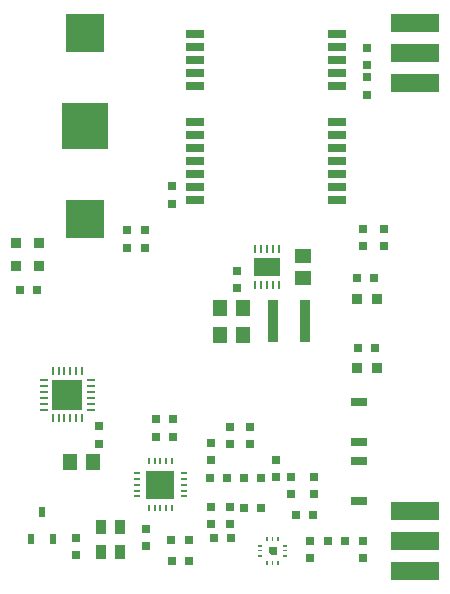
<source format=gtp>
G04 DipTrace 3.2.0.0*
G04 LFTlayout-TopPaste.gtp*
%MOIN*%
G04 #@! TF.FileFunction,Paste,Top*
G04 #@! TF.Part,Single*
%AMOUTLINE2*
4,1,5,
-0.011764,0.011764,
0.011764,0.011764,
0.011764,-0.011764,
-0.005647,-0.011764,
-0.011764,-0.005647,
-0.011764,0.011764,
0*%
%ADD24R,0.156X0.156*%
%ADD25R,0.125X0.125*%
%ADD35R,0.16X0.06*%
%ADD70R,0.037307X0.045181*%
%ADD72R,0.014079X0.001874*%
%ADD74R,0.014079X0.005811*%
%ADD76R,0.001874X0.014079*%
%ADD78R,0.005811X0.014079*%
%ADD80R,0.03337X0.03337*%
%ADD82R,0.087701X0.058961*%
%ADD84R,0.096362X0.096362*%
%ADD86R,0.005811X0.023528*%
%ADD88R,0.023528X0.005811*%
%ADD90R,0.064866X0.025496*%
%ADD92R,0.100299X0.100299*%
%ADD94O,0.005811X0.027465*%
%ADD96O,0.027465X0.005811*%
%ADD100R,0.019591X0.035339*%
%ADD104R,0.035339X0.139669*%
%ADD120R,0.056992X0.025496*%
%ADD122R,0.037307X0.03337*%
%ADD124R,0.025496X0.029433*%
%ADD126R,0.045181X0.053055*%
%ADD128R,0.053055X0.045181*%
%ADD130R,0.029433X0.025496*%
%ADD140OUTLINE2*%
%FSLAX26Y26*%
G04*
G70*
G90*
G75*
G01*
G04 TopPaste*
%LPD*%
D24*
X693854Y1950265D3*
D25*
Y1640265D3*
Y2260265D3*
D130*
X896822Y550464D3*
Y607550D3*
X662028Y579006D3*
Y521919D3*
D128*
X1419016Y1444017D3*
Y1518820D3*
D126*
X1219016Y1344017D3*
X1144213D3*
X1219016Y1256517D3*
X1144213D3*
X719016Y831516D3*
X644213D3*
D130*
X737765Y950265D3*
Y893179D3*
X930778Y916507D3*
Y973593D3*
X987028Y916507D3*
Y973593D3*
X1174528Y891507D3*
Y948593D3*
X1243278Y891507D3*
Y948593D3*
X981516Y1750265D3*
Y1693179D3*
D124*
X531516Y1406516D3*
X474429D3*
D130*
X1200265Y1412768D3*
Y1469855D3*
X1330777Y781712D3*
Y838798D3*
X1455778Y725462D3*
Y782549D3*
X1444016Y569016D3*
Y511929D3*
X1619016Y569016D3*
Y511929D3*
D124*
X1220985Y679006D3*
X1278071D3*
X1120985Y579007D3*
X1178071D3*
X1108485Y779006D3*
X1165571D3*
D122*
X1600267Y1144016D3*
X1667196D3*
X1600267Y1375267D3*
X1667196D3*
D120*
X1606516Y700267D3*
Y834125D3*
Y1031516D3*
Y897658D3*
D35*
X1794016Y469016D3*
Y569016D3*
Y669016D3*
Y2094016D3*
Y2194016D3*
Y2294016D3*
D104*
X1425265Y1300267D3*
X1320935D3*
D130*
X1631516Y2212765D3*
Y2155679D3*
X1112028Y837964D3*
Y895050D3*
D124*
X1220985Y779006D3*
X1278071D3*
D130*
X1380778Y782549D3*
Y725462D3*
D124*
X1453071Y654007D3*
X1395985D3*
X1502973Y569016D3*
X1560059D3*
D130*
X1112028Y682550D3*
Y625464D3*
X1174528Y682550D3*
Y625464D3*
D100*
X512765Y575265D3*
X587568D3*
X550167Y665817D3*
D124*
X980778Y572756D3*
X1037865D3*
X981516Y500267D3*
X1038603D3*
X1602973Y1212767D3*
X1660059D3*
X1600267Y1444016D3*
X1657353D3*
D130*
X1631516Y2056516D3*
Y2113603D3*
D124*
X834223Y1606516D3*
X891310D3*
X834222Y1544016D3*
X891309D3*
D130*
X1619016Y1552974D3*
Y1610061D3*
X1687765Y1610059D3*
Y1552973D3*
D96*
X712765Y1006516D3*
Y1026201D3*
Y1045886D3*
Y1065571D3*
Y1085256D3*
Y1104941D3*
D94*
X683238Y1134469D3*
X663553D3*
X643868D3*
X624183D3*
X604498D3*
X584813D3*
D96*
X555285Y1104941D3*
Y1085256D3*
Y1065571D3*
Y1045886D3*
Y1026201D3*
Y1006516D3*
D94*
X584813Y976988D3*
X604498D3*
X624183D3*
X643868D3*
X663553D3*
X683238D3*
D92*
X634025Y1055729D3*
D90*
X1531516Y1706516D3*
Y1749823D3*
Y1793130D3*
Y1836437D3*
Y1879744D3*
Y1923051D3*
Y1966359D3*
Y2084469D3*
Y2127776D3*
Y2171083D3*
Y2214390D3*
Y2257697D3*
X1059075D3*
Y2214390D3*
Y2171083D3*
Y2127776D3*
Y2084469D3*
Y1966359D3*
Y1923051D3*
Y1879744D3*
Y1836437D3*
Y1793130D3*
Y1749823D3*
Y1706516D3*
D88*
X1022756Y717146D3*
Y736831D3*
Y756516D3*
Y776201D3*
Y795886D3*
D86*
X983386Y835256D3*
X963701D3*
X944016D3*
X924331D3*
X904646D3*
D88*
X865276Y795886D3*
Y776201D3*
Y756516D3*
Y736831D3*
Y717146D3*
D86*
X904646Y677776D3*
X924331D3*
X944016D3*
X963701D3*
X983386D3*
D84*
X944016Y756516D3*
D94*
X1260895Y1422659D3*
X1280580D3*
X1300265D3*
X1319950D3*
X1339635D3*
Y1540374D3*
X1319950D3*
X1300265D3*
X1280580D3*
X1260895D3*
D82*
X1300265Y1481320D3*
D80*
X540471Y1484226D3*
Y1562966D3*
X461731D3*
Y1484226D3*
D78*
X1300267Y494016D3*
D76*
X1318180D3*
D78*
X1336093D3*
D74*
X1359519Y517441D3*
D72*
Y535355D3*
D74*
Y553268D3*
D78*
X1336093Y576693D3*
D76*
X1318160Y576713D3*
D78*
X1300267Y576693D3*
D74*
X1276841Y553268D3*
D72*
Y535355D3*
D74*
Y517441D3*
D140*
X1318180Y535355D3*
D70*
X745886Y615324D3*
Y532647D3*
X810847D3*
Y615324D3*
M02*

</source>
